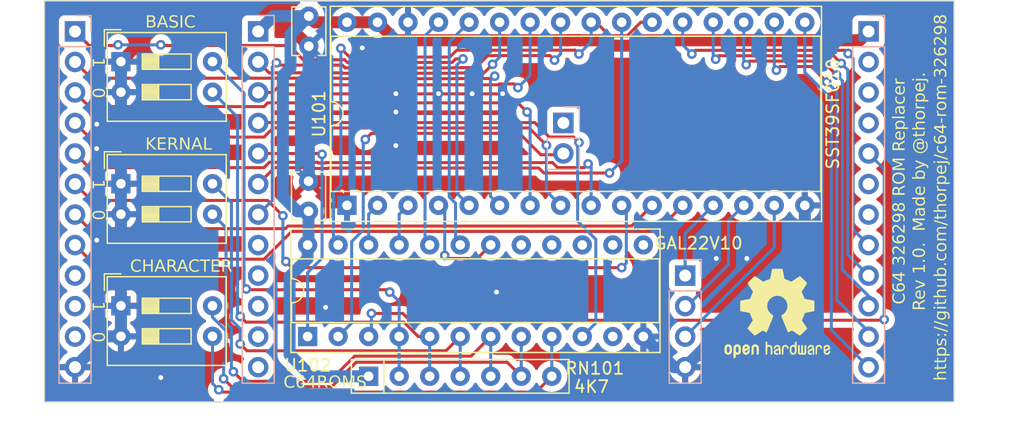
<source format=kicad_pcb>
(kicad_pcb (version 20221018) (generator pcbnew)
  (title_block (title "Commodore 64 326298 ROM Replacer / Selector") (date "2023-12-14") (rev "1.0") (company "Copyright (c) 2023 Jason R. Thorpe. See LICENSE."))
  (layers (0 "F.Cu" signal) (31 "B.Cu" signal) (34 "B.Paste" user) (35 "F.Paste" user) (36 "B.SilkS" user "B.Silkscreen") (37 "F.SilkS" user "F.Silkscreen") (38 "B.Mask" user) (39 "F.Mask" user) (44 "Edge.Cuts" user))
  (net 0 "")
  (net 1 "VSS")
  (net 2 "Net-(RN101-R1)")
  (net 3 "Net-(RN101-R2)")
  (net 4 "Net-(RN101-R3)")
  (net 5 "Net-(RN101-R4)")
  (net 6 "Net-(RN101-R5)")
  (net 7 "Net-(RN101-R6)")
  (net 8 "VCC")
  (net 9 "A7")
  (net 10 "A6")
  (net 11 "A5")
  (net 12 "A4")
  (net 13 "A3")
  (net 14 "A2")
  (net 15 "A1")
  (net 16 "A0")
  (net 17 "D0")
  (net 18 "D1")
  (net 19 "D2")
  (net 20 "D3")
  (net 21 "D4")
  (net 22 "D5")
  (net 23 "D6")
  (net 24 "D7")
  (net 25 "A11")
  (net 26 "A10")
  (net 27 "~{BAS}")
  (net 28 "IA12")
  (net 29 "A9")
  (net 30 "A8")
  (net 31 "~{KRN}")
  (net 32 "~{CHR}")
  (net 33 "Net-(U101-A16)")
  (net 34 "Net-(U101-A15)")
  (net 35 "Net-(U101-A12)")
  (net 36 "Net-(U101-CE)")
  (net 37 "Net-(U101-A13)")
  (net 38 "Net-(U101-A14)")
  (footprint "Button_Switch_THT:SW_DIP_SPSTx02_Slide_9.78x7.26mm_W7.62mm_P2.54mm" (layer "F.Cu") (at 117.8406 108.331)
    (fp_text reference "SW103" hide)
    (fp_text value "SW_DIP_x02" hide)
    (pad "1" thru_hole rect (at 0 0) (size 1.6 1.6) (drill 0.8) (layers "*.Cu" "*.Mask") (net 1 "VSS"))
    (pad "2" thru_hole oval (at 0 2.54) (size 1.6 1.6) (drill 0.8) (layers "*.Cu" "*.Mask") (net 1 "VSS"))
    (pad "3" thru_hole oval (at 7.62 2.54) (size 1.6 1.6) (drill 0.8) (layers "*.Cu" "*.Mask") (net 7 "Net-(RN101-R6)"))
    (pad "4" thru_hole oval (at 7.62 0) (size 1.6 1.6) (drill 0.8) (layers "*.Cu" "*.Mask") (net 6 "Net-(RN101-R5)"))
  )
  (footprint "Package_DIP:DIP-32_W15.24mm_Socket" (layer "F.Cu") (at 136.652 99.9744 90)
    (fp_text reference "U101" (at 7.62 -2.33 90) (layer "F.SilkS"))
    (fp_text value "SST39SF010" (at 7.62 40.43 90) (layer "F.SilkS"))
    (pad "1" thru_hole rect (at 0 0 90) (size 1.6 1.6) (drill 0.8) (layers "*.Cu" "*.Mask") (net 1 "VSS"))
    (pad "2" thru_hole oval (at 0 2.54 90) (size 1.6 1.6) (drill 0.8) (layers "*.Cu" "*.Mask") (net 33 "Net-(U101-A16)"))
    (pad "3" thru_hole oval (at 0 5.08 90) (size 1.6 1.6) (drill 0.8) (layers "*.Cu" "*.Mask") (net 34 "Net-(U101-A15)"))
    (pad "4" thru_hole oval (at 0 7.62 90) (size 1.6 1.6) (drill 0.8) (layers "*.Cu" "*.Mask") (net 35 "Net-(U101-A12)"))
    (pad "5" thru_hole oval (at 0 10.16 90) (size 1.6 1.6) (drill 0.8) (layers "*.Cu" "*.Mask") (net 9 "A7"))
    (pad "6" thru_hole oval (at 0 12.7 90) (size 1.6 1.6) (drill 0.8) (layers "*.Cu" "*.Mask") (net 10 "A6"))
    (pad "7" thru_hole oval (at 0 15.24 90) (size 1.6 1.6) (drill 0.8) (layers "*.Cu" "*.Mask") (net 11 "A5"))
    (pad "8" thru_hole oval (at 0 17.78 90) (size 1.6 1.6) (drill 0.8) (layers "*.Cu" "*.Mask") (net 12 "A4"))
    (pad "9" thru_hole oval (at 0 20.32 90) (size 1.6 1.6) (drill 0.8) (layers "*.Cu" "*.Mask") (net 13 "A3"))
    (pad "10" thru_hole oval (at 0 22.86 90) (size 1.6 1.6) (drill 0.8) (layers "*.Cu" "*.Mask") (net 14 "A2"))
    (pad "11" thru_hole oval (at 0 25.4 90) (size 1.6 1.6) (drill 0.8) (layers "*.Cu" "*.Mask") (net 15 "A1"))
    (pad "12" thru_hole oval (at 0 27.94 90) (size 1.6 1.6) (drill 0.8) (layers "*.Cu" "*.Mask") (net 16 "A0"))
    (pad "13" thru_hole oval (at 0 30.48 90) (size 1.6 1.6) (drill 0.8) (layers "*.Cu" "*.Mask") (net 17 "D0"))
    (pad "14" thru_hole oval (at 0 33.02 90) (size 1.6 1.6) (drill 0.8) (layers "*.Cu" "*.Mask") (net 18 "D1"))
    (pad "15" thru_hole oval (at 0 35.56 90) (size 1.6 1.6) (drill 0.8) (layers "*.Cu" "*.Mask") (net 19 "D2"))
    (pad "16" thru_hole oval (at 0 38.1 90) (size 1.6 1.6) (drill 0.8) (layers "*.Cu" "*.Mask") (net 1 "VSS"))
    (pad "17" thru_hole oval (at 15.24 38.1 90) (size 1.6 1.6) (drill 0.8) (layers "*.Cu" "*.Mask") (net 20 "D3"))
    (pad "18" thru_hole oval (at 15.24 35.56 90) (size 1.6 1.6) (drill 0.8) (layers "*.Cu" "*.Mask") (net 21 "D4"))
    (pad "19" thru_hole oval (at 15.24 33.02 90) (size 1.6 1.6) (drill 0.8) (layers "*.Cu" "*.Mask") (net 22 "D5"))
    (pad "20" thru_hole oval (at 15.24 30.48 90) (size 1.6 1.6) (drill 0.8) (layers "*.Cu" "*.Mask") (net 23 "D6"))
    (pad "21" thru_hole oval (at 15.24 27.94 90) (size 1.6 1.6) (drill 0.8) (layers "*.Cu" "*.Mask") (net 24 "D7"))
    (pad "22" thru_hole oval (at 15.24 25.4 90) (size 1.6 1.6) (drill 0.8) (layers "*.Cu" "*.Mask") (net 36 "Net-(U101-CE)"))
    (pad "23" thru_hole oval (at 15.24 22.86 90) (size 1.6 1.6) (drill 0.8) (layers "*.Cu" "*.Mask") (net 26 "A10"))
    (pad "24" thru_hole oval (at 15.24 20.32 90) (size 1.6 1.6) (drill 0.8) (layers "*.Cu" "*.Mask") (net 36 "Net-(U101-CE)"))
    (pad "25" thru_hole oval (at 15.24 17.78 90) (size 1.6 1.6) (drill 0.8) (layers "*.Cu" "*.Mask") (net 25 "A11"))
    (pad "26" thru_hole oval (at 15.24 15.24 90) (size 1.6 1.6) (drill 0.8) (layers "*.Cu" "*.Mask") (net 29 "A9"))
    (pad "27" thru_hole oval (at 15.24 12.7 90) (size 1.6 1.6) (drill 0.8) (layers "*.Cu" "*.Mask") (net 30 "A8"))
    (pad "28" thru_hole oval (at 15.24 10.16 90) (size 1.6 1.6) (drill 0.8) (layers "*.Cu" "*.Mask") (net 37 "Net-(U101-A13)"))
    (pad "29" thru_hole oval (at 15.24 7.62 90) (size 1.6 1.6) (drill 0.8) (layers "*.Cu" "*.Mask") (net 38 "Net-(U101-A14)"))
    (pad "30" thru_hole oval (at 15.24 5.08 90) (size 1.6 1.6) (drill 0.8) (layers "*.Cu" "*.Mask") (net 1 "VSS"))
    (pad "31" thru_hole oval (at 15.24 2.54 90) (size 1.6 1.6) (drill 0.8) (layers "*.Cu" "*.Mask") (net 8 "VCC"))
    (pad "32" thru_hole oval (at 15.24 0 90) (size 1.6 1.6) (drill 0.8) (layers "*.Cu" "*.Mask") (net 8 "VCC"))
  )
  (footprint "Button_Switch_THT:SW_DIP_SPSTx02_Slide_9.78x7.26mm_W7.62mm_P2.54mm" (layer "F.Cu") (at 117.8406 98.171)
    (fp_text reference "SW102" hide)
    (fp_text value "SW_DIP_x02" hide)
    (pad "1" thru_hole rect (at 0 0) (size 1.6 1.6) (drill 0.8) (layers "*.Cu" "*.Mask") (net 1 "VSS"))
    (pad "2" thru_hole oval (at 0 2.54) (size 1.6 1.6) (drill 0.8) (layers "*.Cu" "*.Mask") (net 1 "VSS"))
    (pad "3" thru_hole oval (at 7.62 2.54) (size 1.6 1.6) (drill 0.8) (layers "*.Cu" "*.Mask") (net 5 "Net-(RN101-R4)"))
    (pad "4" thru_hole oval (at 7.62 0) (size 1.6 1.6) (drill 0.8) (layers "*.Cu" "*.Mask") (net 4 "Net-(RN101-R3)"))
  )
  (footprint "Button_Switch_THT:SW_DIP_SPSTx02_Slide_9.78x7.26mm_W7.62mm_P2.54mm" (layer "F.Cu") (at 117.8406 88.011)
    (fp_text reference "SW101" hide)
    (fp_text value "SW_DIP_x02" hide)
    (pad "1" thru_hole rect (at 0 0) (size 1.6 1.6) (drill 0.8) (layers "*.Cu" "*.Mask") (net 1 "VSS"))
    (pad "2" thru_hole oval (at 0 2.54) (size 1.6 1.6) (drill 0.8) (layers "*.Cu" "*.Mask") (net 1 "VSS"))
    (pad "3" thru_hole oval (at 7.62 2.54) (size 1.6 1.6) (drill 0.8) (layers "*.Cu" "*.Mask") (net 3 "Net-(RN101-R2)"))
    (pad "4" thru_hole oval (at 7.62 0) (size 1.6 1.6) (drill 0.8) (layers "*.Cu" "*.Mask") (net 2 "Net-(RN101-R1)"))
  )
  (footprint "Capacitor_THT:C_Disc_D3.8mm_W2.6mm_P2.50mm" (layer "F.Cu") (at 133.4516 100.4624 90)
    (fp_text reference "C102" hide)
    (fp_text value "0.1µF" hide)
    (pad "1" thru_hole circle (at 0 0 90) (size 1.6 1.6) (drill 0.8) (layers "*.Cu" "*.Mask") (net 8 "VCC"))
    (pad "2" thru_hole circle (at 2.5 0 90) (size 1.6 1.6) (drill 0.8) (layers "*.Cu" "*.Mask") (net 1 "VSS"))
  )
  (footprint "Package_DIP:DIP-24_W7.62mm_Socket" (layer "F.Cu") (at 133.3754 110.8864 90)
    (fp_text reference "U102" (at -2.3976 0.021402 180) (layer "F.SilkS"))
    (fp_text value "GAL22V10" (at 7.7624 32.533402) (layer "F.SilkS"))
    (pad "1" thru_hole rect (at 0 0 90) (size 1.6 1.6) (drill 0.8) (layers "*.Cu" "*.Mask") (net 27 "~{BAS}"))
    (pad "2" thru_hole oval (at 0 2.54 90) (size 1.6 1.6) (drill 0.8) (layers "*.Cu" "*.Mask") (net 31 "~{KRN}"))
    (pad "3" thru_hole oval (at 0 5.08 90) (size 1.6 1.6) (drill 0.8) (layers "*.Cu" "*.Mask") (net 32 "~{CHR}"))
    (pad "4" thru_hole oval (at 0 7.62 90) (size 1.6 1.6) (drill 0.8) (layers "*.Cu" "*.Mask") (net 2 "Net-(RN101-R1)"))
    (pad "5" thru_hole oval (at 0 10.16 90) (size 1.6 1.6) (drill 0.8) (layers "*.Cu" "*.Mask") (net 3 "Net-(RN101-R2)"))
    (pad "6" thru_hole oval (at 0 12.7 90) (size 1.6 1.6) (drill 0.8) (layers "*.Cu" "*.Mask") (net 4 "Net-(RN101-R3)"))
    (pad "7" thru_hole oval (at 0 15.24 90) (size 1.6 1.6) (drill 0.8) (layers "*.Cu" "*.Mask") (net 5 "Net-(RN101-R4)"))
    (pad "8" thru_hole oval (at 0 17.78 90) (size 1.6 1.6) (drill 0.8) (layers "*.Cu" "*.Mask") (net 6 "Net-(RN101-R5)"))
    (pad "9" thru_hole oval (at 0 20.32 90) (size 1.6 1.6) (drill 0.8) (layers "*.Cu" "*.Mask") (net 7 "Net-(RN101-R6)"))
    (pad "10" thru_hole oval (at 0 22.86 90) (size 1.6 1.6) (drill 0.8) (layers "*.Cu" "*.Mask") (net 28 "IA12"))
    (pad "11" thru_hole oval (at 0 25.4 90) (size 1.6 1.6) (drill 0.8) (layers "*.Cu" "*.Mask"))
    (pad "12" thru_hole oval (at 0 27.94 90) (size 1.6 1.6) (drill 0.8) (layers "*.Cu" "*.Mask") (net 1 "VSS"))
    (pad "13" thru_hole oval (at 7.62 27.94 90) (size 1.6 1.6) (drill 0.8) (layers "*.Cu" "*.Mask"))
    (pad "14" thru_hole oval (at 7.62 25.4 90) (size 1.6 1.6) (drill 0.8) (layers "*.Cu" "*.Mask"))
    (pad "15" thru_hole oval (at 7.62 22.86 90) (size 1.6 1.6) (drill 0.8) (layers "*.Cu" "*.Mask"))
    (pad "16" thru_hole oval (at 7.62 20.32 90) (size 1.6 1.6) (drill 0.8) (layers "*.Cu" "*.Mask"))
    (pad "17" thru_hole oval (at 7.62 17.78 90) (size 1.6 1.6) (drill 0.8) (layers "*.Cu" "*.Mask"))
    (pad "18" thru_hole oval (at 7.62 15.24 90) (size 1.6 1.6) (drill 0.8) (layers "*.Cu" "*.Mask") (net 35 "Net-(U101-A12)"))
    (pad "19" thru_hole oval (at 7.62 12.7 90) (size 1.6 1.6) (drill 0.8) (layers "*.Cu" "*.Mask") (net 37 "Net-(U101-A13)"))
    (pad "20" thru_hole oval (at 7.62 10.16 90) (size 1.6 1.6) (drill 0.8) (layers "*.Cu" "*.Mask") (net 38 "Net-(U101-A14)"))
    (pad "21" thru_hole oval (at 7.62 7.62 90) (size 1.6 1.6) (drill 0.8) (layers "*.Cu" "*.Mask") (net 34 "Net-(U101-A15)"))
    (pad "22" thru_hole oval (at 7.62 5.08 90) (size 1.6 1.6) (drill 0.8) (layers "*.Cu" "*.Mask") (net 33 "Net-(U101-A16)"))
    (pad "23" thru_hole oval (at 7.62 2.54 90) (size 1.6 1.6) (drill 0.8) (layers "*.Cu" "*.Mask") (net 36 "Net-(U101-CE)"))
    (pad "24" thru_hole oval (at 7.62 0 90) (size 1.6 1.6) (drill 0.8) (layers "*.Cu" "*.Mask") (net 8 "VCC"))
  )
  (footprint "Symbol:OSHW-Logo2_9.8x8mm_SilkScreen" (layer "F.Cu") (at 172.466 108.966)
    (fp_text reference "REF**" hide)
    (fp_text value "OSHW-Logo2_9.8x8mm_SilkScreen" hide)
  )
  (footprint "Capacitor_THT:C_Disc_D3.8mm_W2.6mm_P2.50mm" (layer "F.Cu") (at 133.477 84.2264 -90)
    (fp_text reference "C101" hide)
    (fp_text value "0.1µF" hide)
    (pad "1" thru_hole circle (at 0 0 270) (size 1.6 1.6) (drill 0.8) (layers "*.Cu" "*.Mask") (net 8 "VCC"))
    (pad "2" thru_hole circle (at 2.5 0 270) (size 1.6 1.6) (drill 0.8) (layers "*.Cu" "*.Mask") (net 1 "VSS"))
  )
  (footprint "Resistor_THT:R_Array_SIP7" (layer "F.Cu") (at 138.4554 114.1984)
    (fp_text reference "RN101" (at 18.817402 -0.6604) (layer "F.SilkS"))
    (fp_text value "4K7" (at 18.542 0.8636) (layer "F.SilkS"))
    (pad "1" thru_hole rect (at 0 0) (size 1.6 1.6) (drill 0.8) (layers "*.Cu" "*.Mask") (net 8 "VCC"))
    (pad "2" thru_hole oval (at 2.54 0) (size 1.6 1.6) (drill 0.8) (layers "*.Cu" "*.Mask") (net 2 "Net-(RN101-R1)"))
    (pad "3" thru_hole oval (at 5.08 0) (size 1.6 1.6) (drill 0.8) (layers "*.Cu" "*.Mask") (net 3 "Net-(RN101-R2)"))
    (pad "4" thru_hole oval (at 7.62 0) (size 1.6 1.6) (drill 0.8) (layers "*.Cu" "*.Mask") (net 4 "Net-(RN101-R3)"))
    (pad "5" thru_hole oval (at 10.16 0) (size 1.6 1.6) (drill 0.8) (layers "*.Cu" "*.Mask") (net 5 "Net-(RN101-R4)"))
    (pad "6" thru_hole oval (at 12.7 0) (size 1.6 1.6) (drill 0.8) (layers "*.Cu" "*.Mask") (net 6 "Net-(RN101-R5)"))
    (pad "7" thru_hole oval (at 15.24 0) (size 1.6 1.6) (drill 0.8) (layers "*.Cu" "*.Mask") (net 7 "Net-(RN101-R6)"))
  )
  (footprint "Connector_PinHeader_2.54mm:PinHeader_1x12_P2.54mm_Vertical" (layer "B.Cu") (at 114.0206 85.4964 180)
    (fp_text reference "J1" hide)
    (fp_text value "Conn_01x12_Pin")
    (pad "1" thru_hole rect (at 0 0 180) (size 1.7 1.7) (drill 1) (layers "*.Cu" "*.Mask") (net 9 "A7"))
    (pad "2" thru_hole oval (at 0 -2.54 180) (size 1.7 1.7) (drill 1) (layers "*.Cu" "*.Mask") (net 10 "A6"))
    (pad "3" thru_hole oval (at 0 -5.08 180) (size 1.7 1.7) (drill 1) (layers "*.Cu" "*.Mask") (net 11 "A5"))
    (pad "4" thru_hole oval (at 0 -7.62 180) (size 1.7 1.7) (drill 1) (layers "*.Cu" "*.Mask") (net 12 "A4"))
    (pad "5" thru_hole oval (at 0 -10.16 180) (size 1.7 1.7) (drill 1) (layers "*.Cu" "*.Mask") (net 13 "A3"))
    (pad "6" thru_hole oval (at 0 -12.7 180) (size 1.7 1.7) (drill 1) (layers "*.Cu" "*.Mask") (net 14 "A2"))
    (pad "7" thru_hole oval (at 0 -15.24 180) (size 1.7 1.7) (drill 1) (layers "*.Cu" "*.Mask") (net 15 "A1"))
    (pad "8" thru_hole oval (at 0 -17.78 180) (size 1.7 1.7) (drill 1) (layers "*.Cu" "*.Mask") (net 16 "A0"))
    (pad "9" thru_hole oval (at 0 -20.32 180) (size 1.7 1.7) (drill 1) (layers "*.Cu" "*.Mask"))
    (pad "10" thru_hole oval (at 0 -22.86 180) (size 1.7 1.7) (drill 1) (layers "*.Cu" "*.Mask"))
    (pad "11" thru_hole oval (at 0 -25.4 180) (size 1.7 1.7) (drill 1) (layers "*.Cu" "*.Mask"))
    (pad "12" thru_hole oval (at 0 -27.94 180) (size 1.7 1.7) (drill 1) (layers "*.Cu" "*.Mask") (net 1 "VSS"))
  )
  (footprint "Connector_PinHeader_2.54mm:PinHeader_1x04_P2.54mm_Vertical" (layer "B.Cu") (at 164.7952 105.8164 180)
    (fp_text reference "J4" hide)
    (fp_text value "Conn_01x04_Pin")
    (pad "1" thru_hole rect (at 0 0 180) (size 1.7 1.7) (drill 1) (layers "*.Cu" "*.Mask") (net 17 "D0"))
    (pad "2" thru_hole oval (at 0 -2.54 180) (size 1.7 1.7) (drill 1) (layers "*.Cu" "*.Mask") (net 18 "D1"))
    (pad "3" thru_hole oval (at 0 -5.08 180) (size 1.7 1.7) (drill 1) (layers "*.Cu" "*.Mask") (net 19 "D2"))
    (pad "4" thru_hole oval (at 0 -7.62 180) (size 1.7 1.7) (drill 1) (layers "*.Cu" "*.Mask") (net 1 "VSS"))
  )
  (footprint "Connector_PinHeader_2.54mm:PinHeader_1x02_P2.54mm_Vertical" (layer "B.Cu") (at 154.6606 93.1114 180)
    (fp_text reference "J3" hide)
    (fp_text value "Conn_01x02_Pin")
    (pad "1" thru_hole rect (at 0 0 180) (size 1.7 1.7) (drill 1) (layers "*.Cu" "*.Mask"))
    (pad "2" thru_hole oval (at 0 -2.54 180) (size 1.7 1.7) (drill 1) (layers "*.Cu" "*.Mask") (net 31 "~{KRN}"))
  )
  (footprint "Connector_PinHeader_2.54mm:PinHeader_1x12_P2.54mm_Vertical" (layer "B.Cu") (at 180.0606 85.4964 180)
    (fp_text reference "J5" hide)
    (fp_text value "Conn_01x12_Pin")
    (pad "1" thru_hole rect (at 0 0 180) (size 1.7 1.7) (drill 1) (layers "*.Cu" "*.Mask") (net 8 "VCC"))
    (pad "2" thru_hole oval (at 0 -2.54 180) (size 1.7 1.7) (drill 1) (layers "*.Cu" "*.Mask"))
    (pad "3" thru_hole oval (at 0 -5.08 180) (size 1.7 1.7) (drill 1) (layers "*.Cu" "*.Mask"))
    (pad "4" thru_hole oval (at 0 -7.62 180) (size 1.7 1.7) (drill 1) (layers "*.Cu" "*.Mask"))
    (pad "5" thru_hole oval (at 0 -10.16 180) (size 1.7 1.7) (drill 1) (layers "*.Cu" "*.Mask") (net 32 "~{CHR}"))
    (pad "6" thru_hole oval (at 0 -12.7 180) (size 1.7 1.7) (drill 1) (layers "*.Cu" "*.Mask"))
    (pad "7" thru_hole oval (at 0 -15.24 180) (size 1.7 1.7) (drill 1) (layers "*.Cu" "*.Mask"))
    (pad "8" thru_hole oval (at 0 -17.78 180) (size 1.7 1.7) (drill 1) (layers "*.Cu" "*.Mask") (net 24 "D7"))
    (pad "9" thru_hole oval (at 0 -20.32 180) (size 1.7 1.7) (drill 1) (layers "*.Cu" "*.Mask") (net 23 "D6"))
    (pad "10" thru_hole oval (at 0 -22.86 180) (size 1.7 1.7) (drill 1) (layers "*.Cu" "*.Mask") (net 22 "D5"))
    (pad "11" thru_hole oval (at 0 -25.4 180) (size 1.7 1.7) (drill 1) (layers "*.Cu" "*.Mask") (net 21 "D4"))
    (pad "12" thru_hole oval (at 0 -27.94 180) (size 1.7 1.7) (drill 1) (layers "*.Cu" "*.Mask") (net 20 "D3"))
  )
  (footprint "Connector_PinHeader_2.54mm:PinHeader_1x12_P2.54mm_Vertical" (layer "B.Cu") (at 129.2606 85.4964 180)
    (fp_text reference "J2" hide)
    (fp_text value "Conn_01x12_Pin")
    (pad "1" thru_hole rect (at 0 0 180) (size 1.7 1.7) (drill 1) (layers "*.Cu" "*.Mask") (net 8 "VCC"))
    (pad "2" thru_hole oval (at 0 -2.54 180) (size 1.7 1.7) (drill 1) (layers "*.Cu" "*.Mask") (net 30 "A8"))
    (pad "3" thru_hole oval (at 0 -5.08 180) (size 1.7 1.7) (drill 1) (layers "*.Cu" "*.Mask") (net 29 "A9"))
    (pad "4" thru_hole oval (at 0 -7.62 180) (size 1.7 1.7) (drill 1) (layers "*.Cu" "*.Mask") (net 28 "IA12"))
    (pad "5" thru_hole oval (at 0 -10.16 180) (size 1.7 1.7) (drill 1) (layers "*.Cu" "*.Mask") (net 27 "~{BAS}"))
    (pad "6" thru_hole oval (at 0 -12.7 180) (size 1.7 1.7) (drill 1) (layers "*.Cu" "*.Mask") (net 26 "A10"))
    (pad "7" thru_hole oval (at 0 -15.24 180) (size 1.7 1.7) (drill 1) (layers "*.Cu" "*.Mask") (net 25 "A11"))
    (pad "8" thru_hole oval (at 0 -17.78 180) (size 1.7 1.7) (drill 1) (layers "*.Cu" "*.Mask"))
    (pad "9" thru_hole oval (at 0 -20.32 180) (size 1.7 1.7) (drill 1) (layers "*.Cu" "*.Mask"))
    (pad "10" thru_hole oval (at 0 -22.86 180) (size 1.7 1.7) (drill 1) (layers "*.Cu" "*.Mask"))
    (pad "11" thru_hole oval (at 0 -25.4 180) (size 1.7 1.7) (drill 1) (layers "*.Cu" "*.Mask"))
    (pad "12" thru_hole oval (at 0 -27.94 180) (size 1.7 1.7) (drill 1) (layers "*.Cu" "*.Mask"))
  )
  (gr_rect (start 111.4806 82.9564) (end 187.1726 116.332) (stroke (width 0.1)) (fill none) (layer "Edge.Cuts"))
  (gr_text "CHARACTER" (at 118.5926 105.664) (layer "F.SilkS") (effects (font (size 1 1)) (justify left bottom)))
  (gr_text "KERNAL" (at 119.8626 95.504) (layer "F.SilkS") (effects (font (size 1 1)) (justify left bottom)))
  (gr_text "1" (at 115.316 107.95 270) (layer "F.SilkS") (effects (font (size 1 1)) (justify left bottom)))
  (gr_text "1" (at 115.316 87.63 270) (layer "F.SilkS") (effects (font (size 1 1)) (justify left bottom)))
  (gr_text "C64 326298 ROM Replacer\nRev 1.0.  Made by @thorpej." (at 184.912 98.806 90) (layer "F.SilkS") (effects (font (size 1 1)) (justify bottom)))
  (gr_text "0" (at 115.316 90.17 270) (layer "F.SilkS") (effects (font (size 1 1)) (justify left bottom)))
  (gr_text "0" (at 115.316 110.49 270) (layer "F.SilkS") (effects (font (size 1 1)) (justify left bottom)))
  (gr_text "C64ROMS" (at 131.364802 115.316) (layer "F.SilkS") (effects (font (size 1 1) (thickness 0.15) italic) (justify left bottom)))
  (gr_text "1" (at 115.316 97.79 270) (layer "F.SilkS") (effects (font (size 1 1)) (justify left bottom)))
  (gr_text "https://github.com/thorpej/c64-rom-326298" (at 186.69 99.314 90) (layer "F.SilkS") (effects (font (size 1 1)) (justify bottom)))
  (gr_text "BASIC" (at 119.8626 85.344) (layer "F.SilkS") (effects (font (size 1 1)) (justify left bottom)))
  (gr_text "0" (at 115.316 100.33 270) (layer "F.SilkS") (effects (font (size 1 1)) (justify left bottom)))
  (segment (start 130.355679 83.605079) (end 122.246521 83.605079) (width 1) (layer "F.Cu") (net 1))
  (segment (start 133.4516 97.9624) (end 134.64 97.9624) (width 1) (layer "F.Cu") (net 1))
  (segment (start 122.246521 83.605079) (end 117.8406 88.011) (width 1) (layer "F.Cu") (net 1))
  (segment (start 134.64 97.9624) (end 136.652 99.9744) (width 1) (layer "F.Cu") (net 1))
  (segment (start 133.477 86.7264) (end 130.355679 83.605079) (width 1) (layer "F.Cu") (net 1))
  (via (at 115.824 93.218) (size 0.8) (drill 0.4) (layers "F.Cu" "B.Cu") (net 1))
  (via (at 115.824 95.25) (size 0.8) (drill 0.4) (layers "F.Cu" "B.Cu") (net 1))
  (via (at 115.824 102.87) (size 0.8) (drill 0.4) (layers "F.Cu" "B.Cu") (net 1))
  (via (at 149.098 107.188) (size 0.8) (drill 0.4) (layers "F.Cu" "B.Cu") (net 1))
  (via (at 167.386 104.394) (size 0.8) (drill 0.4) (layers "F.Cu" "B.Cu") (net 1))
  (via (at 140.716 94.996) (size 0.8) (drill 0.4) (layers "F.Cu" "B.Cu") (net 1))
  (via (at 169.926 104.394) (size 0.8) (drill 0.4) (layers "F.Cu" "B.Cu") (net 1))
  (via (at 140.716 92.202) (size 0.8) (drill 0.4) (layers "F.Cu" "B.Cu") (net 1))
  (via (at 137.922 86.868) (size 0.8) (drill 0.4) (layers "F.Cu" "B.Cu") (net 1))
  (via (at 121.158 114.3) (size 0.8) (drill 0.4) (layers "F.Cu" "B.Cu") (net 1))
  (via (at 140.716 90.678) (size 0.8) (drill 0.4) (layers "F.Cu" "B.Cu") (net 1))
  (via (at 134.874 108.458) (size 0.8) (drill 0.4) (layers "F.Cu" "B.Cu") (net 1))
  (via (at 149.606 90.678) (size 0.8) (drill 0.4) (layers "F.Cu" "B.Cu") (net 1))
  (via (at 144.272 90.678) (size 0.8) (drill 0.4) (layers "F.Cu" "B.Cu") (net 1))
  (via (at 147.066 90.678) (size 0.8) (drill 0.4) (layers "F.Cu" "B.Cu") (net 1))
  (segment (start 117.8406 110.871) (end 116.586 110.871) (width 1) (layer "B.Cu") (net 1))
  (segment (start 116.586 110.871) (end 114.0206 113.4364) (width 1) (layer "B.Cu") (net 1))
  (segment (start 117.8406 107.442) (end 117.8406 110.871) (width 1) (layer "B.Cu") (net 1))
  (segment (start 133.477 97.937) (end 133.4516 97.9624) (width 1) (layer "B.Cu") (net 1))
  (segment (start 164.7952 113.4364) (end 163.8654 113.4364) (width 1) (layer "B.Cu") (net 1))
  (segment (start 117.8406 90.551) (end 117.8406 98.171) (width 1) (layer "B.Cu") (net 1))
  (segment (start 164.7952 113.4364) (end 174.752 103.4796) (width 1) (layer "B.Cu") (net 1))
  (segment (start 117.8406 100.711) (end 117.8406 107.442) (width 1) (layer "B.Cu") (net 1))
  (segment (start 117.8406 107.442) (end 117.8406 108.331) (width 1) (layer "B.Cu") (net 1))
  (segment (start 117.8406 88.011) (end 117.8406 90.551) (width 1) (layer "B.Cu") (net 1))
  (segment (start 163.8654 113.4364) (end 161.3154 110.8864) (width 1) (layer "B.Cu") (net 1))
  (segment (start 133.477 86.7264) (end 133.477 97.937) (width 1) (layer "B.Cu") (net 1))
  (segment (start 174.752 103.4796) (end 174.752 99.9744) (width 1) (layer "B.Cu") (net 1))
  (segment (start 117.8406 98.171) (end 117.8406 100.711) (width 1) (layer "B.Cu") (net 1))
  (segment (start 128.27 106.934) (end 128.3274 106.9914) (width 0.25) (layer "F.Cu") (net 2))
  (segment (start 140.0114 106.9914) (end 140.208 107.188) (width 0.25) (layer "F.Cu") (net 2))
  (segment (start 128.3274 106.9914) (end 140.0114 106.9914) (width 0.25) (layer "F.Cu") (net 2))
  (via (at 128.27 106.934) (size 0.8) (drill 0.4) (layers "F.Cu" "B.Cu") (net 2))
  (via (at 140.208 107.188) (size 0.8) (drill 0.4) (layers "F.Cu" "B.Cu") (net 2))
  (segment (start 140.9954 114.1984) (end 140.9954 110.8864) (width 0.25) (layer "B.Cu") (net 2))
  (segment (start 128.0856 106.7496) (end 128.27 106.934) (width 0.25) (layer "B.Cu") (net 2))
  (segment (start 128.0856 90.636) (end 128.0856 106.7496) (width 0.25) (layer "B.Cu") (net 2))
  (segment (start 140.9954 107.9754) (end 140.9954 110.8864) (width 0.25) (layer "B.Cu") (net 2))
  (segment (start 140.208 107.188) (end 140.9954 107.9754) (width 0.25) (layer "B.Cu") (net 2))
  (segment (start 125.4606 88.011) (end 128.0856 90.636) (width 0.25) (layer "B.Cu") (net 2))
  (segment (start 142.586391 110.8864) (end 141.390491 109.6905) (width 0.25) (layer "F.Cu") (net 3))
  (segment (start 141.390491 109.6905) (end 128.242478 109.6905) (width 0.25) (layer "F.Cu") (net 3))
  (segment (start 128.242478 109.6905) (end 127.766989 109.215011) (width 0.25) (layer "F.Cu") (net 3))
  (segment (start 143.5354 110.8864) (end 142.586391 110.8864) (width 0.25) (layer "F.Cu") (net 3))
  (via (at 127.766989 109.215011) (size 0.8) (drill 0.4) (layers "F.Cu" "B.Cu") (net 3))
  (segment (start 125.4606 90.551) (end 127.545 92.6354) (width 0.25) (layer "B.Cu") (net 3))
  (segment (start 127.545 92.6354) (end 127.545 108.993022) (width 0.25) (layer "B.Cu") (net 3))
  (segment (start 127.545 108.993022) (end 127.766989 109.215011) (width 0.25) (layer "B.Cu") (net 3))
  (segment (start 143.5354 114.1984) (end 143.5354 110.8864) (width 0.25) (layer "B.Cu") (net 3))
  (segment (start 144.8904 112.0714) (end 128.325001 112.0714) (width 0.25) (layer "F.Cu") (net 4))
  (segment (start 128.325001 112.0714) (end 127.759601 111.506) (width 0.25) (layer "F.Cu") (net 4))
  (segment (start 146.0754 110.8864) (end 144.8904 112.0714) (width 0.25) (layer "F.Cu") (net 4))
  (via (at 127.759601 111.506) (size 0.8) (drill 0.4) (layers "F.Cu" "B.Cu") (net 4))
  (segment (start 125.4606 98.171) (end 127.037 99.7474) (width 0.25) (layer "B.Cu") (net 4))
  (segment (start 127.037 99.7474) (end 127.037 109.50962) (width 0.25) (layer "B.Cu") (net 4))
  (segment (start 146.0754 114.1984) (end 146.0754 110.8864) (width 0.25) (layer "B.Cu") (net 4))
  (segment (start 127.759601 110.232221) (end 127.759601 111.506) (width 0.25) (layer "B.Cu") (net 4))
  (segment (start 127.037 109.50962) (end 127.759601 110.232221) (width 0.25) (layer "B.Cu") (net 4))
  (segment (start 146.9798 112.522) (end 148.6154 110.8864) (width 0.25) (layer "F.Cu") (net 5))
  (segment (start 127.195738 113.815754) (end 127.991384 114.6114) (width 0.25) (layer "F.Cu") (net 5))
  (segment (start 127.991384 114.6114) (end 135.19691 114.6114) (width 0.25) (layer "F.Cu") (net 5))
  (segment (start 135.19691 114.6114) (end 137.28631 112.522) (width 0.25) (layer "F.Cu") (net 5))
  (segment (start 137.28631 112.522) (end 146.9798 112.522) (width 0.25) (layer "F.Cu") (net 5))
  (via (at 127.195738 113.815754) (size 0.8) (drill 0.4) (layers "F.Cu" "B.Cu") (net 5))
  (segment (start 126.5856 109.769319) (end 127.035101 110.21882) (width 0.25) (layer "B.Cu") (net 5))
  (segment (start 126.5856 101.836) (end 126.5856 109.769319) (width 0.25) (layer "B.Cu") (net 5))
  (segment (start 148.6154 114.1984) (end 148.6154 110.8864) (width 0.25) (layer "B.Cu") (net 5))
  (segment (start 127.035101 113.655117) (end 127.195738 113.815754) (width 0.25) (layer "B.Cu") (net 5))
  (segment (start 125.4606 100.711) (end 126.5856 101.836) (width 0.25) (layer "B.Cu") (net 5))
  (segment (start 127.035101 110.21882) (end 127.035101 113.655117) (width 0.25) (layer "B.Cu") (net 5))
  (segment (start 149.987 113.03) (end 151.1554 114.1984) (width 0.25) (layer "F.Cu") (net 6))
  (segment (start 137.414 113.03) (end 149.987 113.03) (width 0.25) (layer "F.Cu") (net 6))
  (segment (start 127.046025 115.0614) (end 135.3826 115.0614) (width 0.25) (layer "F.Cu") (net 6))
  (segment (start 126.38516 114.400535) (end 127.046025 115.0614) (width 0.25) (layer "F.Cu") (net 6))
  (segment (start 135.3826 115.0614) (end 137.414 113.03) (width 0.25) (layer "F.Cu") (net 6))
  (via (at 126.38516 114.400535) (size 0.8) (drill 0.4) (layers "F.Cu" "B.Cu") (net 6))
  (segment (start 126.38516 113.13684) (end 126.38516 114.400535) (width 0.25) (layer "B.Cu") (net 6))
  (segment (start 151.1554 114.1984) (end 151.1554 110.8864) (width 0.25) (layer "B.Cu") (net 6))
  (segment (start 126.5856 110.405009) (end 126.5856 112.9364) (width 0.25) (layer "B.Cu") (net 6))
  (segment (start 125.4606 108.331) (end 125.4606 109.280009) (width 0.25) (layer "B.Cu") (net 6))
  (segment (start 125.4606 109.280009) (end 126.5856 110.405009) (width 0.25) (layer "B.Cu") (net 6))
  (segment (start 126.5856 112.9364) (end 126.38516 113.13684) (width 0.25) (layer "B.Cu") (net 6))
  (segment (start 125.984 115.316) (end 126.1794 115.5114) (width 0.25) (layer "F.Cu") (net 7))
  (segment (start 152.3824 115.5114) (end 153.6954 114.1984) (width 0.25) (layer "F.Cu") (net 7))
  (segment (start 126.1794 115.5114) (end 152.3824 115.5114) (width 0.25) (layer "F.Cu") (net 7))
  (via (at 125.984 115.316) (size 0.8) (drill 0.4) (layers "F.Cu" "B.Cu") (net 7))
  (segment (start 125.4606 110.871) (end 125.4606 114.7926) (width 0.25) (layer "B.Cu") (net 7))
  (segment (start 125.4606 114.7926) (end 125.984 115.316) (width 0.25) (layer "B.Cu") (net 7))
  (segment (start 153.6954 114.1984) (end 153.6954 110.8864) (width 0.25) (layer "B.Cu") (net 7))
  (segment (start 158.161881 86.683901) (end 157.71238 86.2344) (width 1) (layer "F.Cu") (net 8))
  (segment (start 179.3226 86.2344) (end 160.769011 86.2344) (width 1) (layer "F.Cu") (net 8))
  (segment (start 155.053321 86.2344) (end 140.692 86.2344) (width 1) (layer "F.Cu") (net 8))
  (segment (start 160.769011 86.2344) (end 160.319511 86.6839) (width 1) (layer "F.Cu") (net 8))
  (segment (start 157.71238 86.2344) (end 155.98042 86.2344) (width 1) (layer "F.Cu") (net 8))
  (segment (start 155.964138 86.218118) (end 155.069603 86.218118) (width 1) (layer "F.Cu") (net 8))
  (segment (start 140.692 86.2344) (end 139.192 84.7344) (width 1) (layer "F.Cu") (net 8))
  (segment (start 180.0606 85.4964) (end 179.3226 86.2344) (width 1) (layer "F.Cu") (net 8))
  (segment (start 155.98042 86.2344) (end 155.964138 86.218118) (width 1) (layer "F.Cu") (net 8))
  (segment (start 136.652 84.7344) (end 133.985 84.7344) (width 1) (layer "F.Cu") (net 8))
  (segment (start 160.319511 86.6839) (end 158.161881 86.683901) (width 1) (layer "F.Cu") (net 8))
  (segment (start 139.192 84.7344) (end 136.652 84.7344) (width 1) (layer "F.Cu") (net 8))
  (segment (start 155.069603 86.218118) (end 155.053321 86.2344) (width 1) (layer "F.Cu") (net 8))
  (segment (start 133.985 84.7344) (end 133.477 84.2264) (width 1) (layer "F.Cu") (net 8))
  (segment (start 131.9516 85.7518) (end 131.9516 88.5204) (width 1) (layer "B.Cu") (net 8))
  (segment (start 130.5306 84.2264) (end 129.2606 85.4964) (width 1) (layer "B.Cu") (net 8))
  (segment (start 131.9516 88.5204) (end 131.318 89.154) (width 1) (layer "B.Cu") (net 8))
  (segment (start 132.517305 100.4624) (end 133.4516 100.4624) (width 1) (layer "B.Cu") (net 8))
  (segment (start 131.318 99.263095) (end 132.517305 100.4624) (width 1) (layer "B.Cu") (net 8))
  (segment (start 133.4516 103.1902) (end 133.3754 103.2664) (width 1) (layer "B.Cu") (net 8))
  (segment (start 133.4516 100.4624) (end 133.4516 103.1902) (width 1) (layer "B.Cu") (net 8))
  (segment (start 131.318 89.154) (end 131.318 99.263095) (width 1) (layer "B.Cu") (net 8))
  (segment (start 131.8754 112.3864) (end 133.6874 114.1984) (width 1) (layer "B.Cu") (net 8))
  (segment (start 133.6874 114.1984) (end 138.4554 114.1984) (width 1) (layer "B.Cu") (net 8))
  (segment (start 131.8754 105.899528) (end 131.8754 112.3864) (width 1) (layer "B.Cu") (net 8))
  (segment (start 133.3754 103.2664) (end 133.3754 104.399528) (width 1) (layer "B.Cu") (net 8))
  (segment (start 133.3754 104.399528) (end 131.8754 105.899528) (width 1) (layer "B.Cu") (net 8))
  (segment (start 133.477 84.2264) (end 130.5306 84.2264) (width 1) (layer "B.Cu") (net 8))
  (segment (start 133.477 84.2264) (end 131.9516 85.7518) (width 1) (layer "B.Cu") (net 8))
  (segment (start 131.831009 86.6714) (end 133.011009 87.8514) (width 0.25) (layer "F.Cu") (net 9))
  (segment (start 117.542098 86.6714) (end 117.602 86.611498) (width 0.25) (layer "F.Cu") (net 9))
  (segment (start 115.1956 86.6714) (end 117.542098 86.6714) (width 0.25) (layer "F.Cu") (net 9))
  (segment (start 133.011009 87.8514) (end 136.45421 87.8514) (width 0.25) (layer "F.Cu") (net 9))
  (segment (start 136.682311 88.079501) (end 145.399799 88.079501) (width 0.25) (layer "F.Cu") (net 9))
  (segment (start 145.399799 88.079501) (end 145.695898 87.783402) (width 0.25) (layer "F.Cu") (net 9))
  (segment (start 121.2154 86.6714) (end 131.831009 86.6714) (width 0.25) (layer "F.Cu") (net 9))
  (segment (start 136.45421 87.8514) (end 136.682311 88.079501) (width 0.25) (layer "F.Cu") (net 9))
  (segment (start 114.0206 85.4964) (end 115.1956 86.6714) (width 0.25) (layer "F.Cu") (net 9))
  (segment (start 121.158 86.614) (end 121.2154 86.6714) (width 0.25) (layer "F.Cu") (net 9))
  (segment (start 145.695898 87.783402) (end 146.304 87.783402) (width 0.25) (layer "F.Cu") (net 9))
  (via (at 117.602 86.611498) (size 0.8) (drill 0.4) (layers "F.Cu" "B.Cu") (net 9))
  (via (at 121.158 86.614) (size 0.8) (drill 0.4) (layers "F.Cu" "B.Cu") (net 9))
  (via (at 146.304 87.783402) (size 0.8) (drill 0.4) (layers "F.Cu" "B.Cu") (net 9))
  (segment (start 117.602 86.611498) (end 121.155498 86.611498) (width 0.25) (layer "B.Cu") (net 9))
  (segment (start 121.155498 86.611498) (end 121.158 86.614) (width 0.25) (layer "B.Cu") (net 9))
  (segment (start 146.812 99.9744) (end 145.796 98.9584) (width 0.25) (layer "B.Cu") (net 9))
  (segment (start 145.796 98.9584) (end 145.796 88.291402) (width 0.25) (layer "B.Cu") (net 9))
  (segment (start 145.796 88.291402) (end 146.304 87.783402) (width 0.25) (layer "B.Cu") (net 9))
  (segment (start 114.0206 88.0364) (end 115.37482 89.39062) (width 0.25) (layer "F.Cu") (net 10))
  (segment (start 148.748721 89.415699) (end 148.948165 89.216255) (width 0.25) (layer "F.Cu") (net 10))
  (segment (start 136.123744 89.428004) (end 145.958366 89.428004) (width 0.25) (layer "F.Cu") (net 10))
  (segment (start 115.37482 89.39062) (end 136.08636 89.39062) (width 0.25) (layer "F.Cu") (net 10))
  (segment (start 145.958366 89.428004) (end 145.970671 89.415699) (width 0.25) (layer "F.Cu") (net 10))
  (segment (start 145.970671 89.415699) (end 148.748721 89.415699) (width 0.25) (layer "F.Cu") (net 10))
  (segment (start 136.08636 89.39062) (end 136.123744 89.428004) (width 0.25) (layer "F.Cu") (net 10))
  (via (at 148.948165 89.216255) (size 0.8) (drill 0.4) (layers "F.Cu" "B.Cu") (net 10))
  (segment (start 148.59 89.57442) (end 148.948165 89.216255) (width 0.25) (layer "B.Cu") (net 10))
  (segment (start 149.352 99.9744) (end 148.59 99.2124) (width 0.25) (layer "B.Cu") (net 10))
  (segment (start 148.59 99.2124) (end 148.59 89.57442) (width 0.25) (layer "B.Cu") (net 10))
  (segment (start 130.058701 91.44) (end 150.876 91.44) (width 0.25) (layer "F.Cu") (net 11))
  (segment (start 129.747301 91.7514) (end 130.058701 91.44) (width 0.25) (layer "F.Cu") (net 11))
  (segment (start 115.1956 91.7514) (end 129.747301 91.7514) (width 0.25) (layer "F.Cu") (net 11))
  (segment (start 114.0206 90.5764) (end 115.1956 91.7514) (width 0.25) (layer "F.Cu") (net 11))
  (segment (start 150.876 91.44) (end 151.638 92.202) (width 0.25) (layer "F.Cu") (net 11))
  (via (at 151.638 92.202) (size 0.8) (drill 0.4) (layers "F.Cu" "B.Cu") (net 11))
  (segment (start 151.892 99.9744) (end 151.892 92.456) (width 0.25) (layer "B.Cu") (net 11))
  (segment (start 151.892 92.456) (end 151.638 92.202) (width 0.25) (layer "B.Cu") (net 11))
  (segment (start 130.508202 93.530499) (end 151.808431 93.530499) (width 0.25) (layer "F.Cu") (net 12))
  (segment (start 114.0206 93.1164) (end 115.1956 94.2914) (width 0.25) (layer "F.Cu") (net 12))
  (segment (start 115.1956 94.2914) (end 129.747301 94.2914) (width 0.25) (layer "F.Cu") (net 12))
  (segment (start 129.747301 94.2914) (end 130.508202 93.530499) (width 0.25) (layer "F.Cu") (net 12))
  (segment (start 151.808431 93.530499) (end 153.249168 94.971236) (width 0.25) (layer "F.Cu") (net 12))
  (via (at 153.249168 94.971236) (size 0.8) (drill 0.4) (layers "F.Cu" "B.Cu") (net 12))
  (segment (start 154.432 99.9744) (end 153.249168 98.791568) (width 0.25) (layer "B.Cu") (net 12))
  (segment (start 153.249168 98.791568) (end 153.249168 94.971236) (width 0.25) (layer "B.Cu") (net 12))
  (segment (start 115.1956 96.8314) (end 129.747301 96.8314) (width 0.25) (layer "F.Cu") (net 13))
  (segment (start 154.173899 96.8264) (end 156.4116 96.8264) (width 0.25) (layer "F.Cu") (net 13))
  (segment (start 134.910351 96.413188) (end 153.760687 96.413188) (width 0.25) (layer "F.Cu") (net 13))
  (segment (start 134.272239 96.451104) (end 134.872435 96.451104) (width 0.25) (layer "F.Cu") (net 13))
  (segment (start 129.747301 96.8314) (end 130.190802 96.387899) (width 0.25) (layer "F.Cu") (net 13))
  (segment (start 134.209034 96.387899) (end 134.272239 96.451104) (width 0.25) (layer "F.Cu") (net 13))
  (segment (start 153.760687 96.413188) (end 154.173899 96.8264) (width 0.25) (layer "F.Cu") (net 13))
  (segment (start 134.872435 96.451104) (end 134.910351 96.413188) (width 0.25) (layer "F.Cu") (net 13))
  (segment (start 130.190802 96.387899) (end 134.209034 96.387899) (width 0.25) (layer "F.Cu") (net 13))
  (segment (start 114.0206 95.6564) (end 115.1956 96.8314) (width 0.25) (layer "F.Cu") (net 13))
  (segment (start 156.4116 96.8264) (end 156.718 96.52) (width 0.25) (layer "F.Cu") (net 13))
  (via (at 156.718 96.52) (size 0.8) (drill 0.4) (layers "F.Cu" "B.Cu") (net 13))
  (segment (start 156.972 99.9744) (end 156.972 96.774) (width 0.25) (layer "B.Cu") (net 13))
  (segment (start 156.972 96.774) (end 156.718 96.52) (width 0.25) (layer "B.Cu") (net 13))
  (segment (start 114.0206 98.1964) (end 115.3856 99.5614) (width 0.25) (layer "F.Cu") (net 14))
  (segment (start 130.0414 99.5614) (end 131.318 100.838) (width 0.25) (layer "F.Cu") (net 14))
  (segment (start 115.3856 99.5614) (end 130.0414 99.5614) (width 0.25) (layer "F.Cu") (net 14))
  (segment (start 131.572 104.648) (end 132.08 105.156) (width 0.25) (layer "F.Cu") (net 14))
  (segment (start 132.08 105.156) (end 159.512 105.156) (width 0.25) (layer "F.Cu") (net 14))
  (via (at 131.572 104.648) (size 0.8) (drill 0.4) (layers "F.Cu" "B.Cu") (net 14))
  (via (at 131.318 100.838) (size 0.8) (drill 0.4) (layers "F.Cu" "B.Cu") (net 14))
  (via (at 159.512 105.156) (size 0.8) (drill 0.4) (layers "F.Cu" "B.Cu") (net 14))
  (segment (start 159.512 105.156) (end 159.9004 104.7676) (width 0.25) (layer "B.Cu") (net 14))
  (segment (start 159.9004 104.7676) (end 159.9004 100.3628) (width 0.25) (layer "B.Cu") (net 14))
  (segment (start 159.9004 100.3628) (end 159.512 99.9744) (width 0.25) (layer "B.Cu") (net 14))
  (segment (start 131.318 100.838) (end 131.318 104.394) (width 0.25) (layer "B.Cu") (net 14))
  (segment (start 131.318 104.394) (end 131.572 104.648) (width 0.25) (layer "B.Cu") (net 14))
  (segment (start 114.0206 100.7364) (end 115.1956 101.9114) (width 0.25) (layer "F.Cu") (net 15))
  (segment (start 131.734101 101.691899) (end 160.334501 101.691899) (width 0.25) (layer "F.Cu") (net 15))
  (segment (start 160.334501 101.691899) (end 162.052 99.9744) (width 0.25) (layer "F.Cu") (net 15))
  (segment (start 131.5146 101.9114) (end 131.734101 101.691899) (width 0.25) (layer "F.Cu") (net 15))
  (segment (start 115.1956 101.9114) (end 131.5146 101.9114) (width 0.25) (layer "F.Cu") (net 15))
  (segment (start 129.747301 104.4514) (end 132.057301 102.1414) (width 0.25) (layer "F.Cu") (net 16))
  (segment (start 114.0206 103.2764) (end 115.1956 104.4514) (width 0.25) (layer "F.Cu") (net 16))
  (segment (start 162.425 102.1414) (end 164.592 99.9744) (width 0.25) (layer "F.Cu") (net 16))
  (segment (start 115.1956 104.4514) (end 129.747301 104.4514) (width 0.25) (layer "F.Cu") (net 16))
  (segment (start 132.057301 102.1414) (end 162.425 102.1414) (width 0.25) (layer "F.Cu") (net 16))
  (segment (start 164.7952 105.8164) (end 164.7952 102.3112) (width 0.25) (layer "B.Cu") (net 17))
  (segment (start 164.7952 102.3112) (end 167.132 99.9744) (width 0.25) (layer "B.Cu") (net 17))
  (segment (start 164.7952 108.3564) (end 164.9476 108.3564) (width 0.25) (layer "B.Cu") (net 18))
  (segment (start 164.9476 108.3564) (end 168.402 104.902) (width 0.25) (layer "B.Cu") (net 18))
  (segment (start 168.402 104.902) (end 168.402 101.2444) (width 0.25) (layer "B.Cu") (net 18))
  (segment (start 168.402 101.2444) (end 169.672 99.9744) (width 0.25) (layer "B.Cu") (net 18))
  (segment (start 172.212 103.4796) (end 172.212 99.9744) (width 0.25) (layer "B.Cu") (net 19))
  (segment (start 164.7952 110.8964) (end 172.212 103.4796) (width 0.25) (layer "B.Cu") (net 19))
  (segment (start 176.9618 91.110506) (end 174.752 88.900706) (width 0.25) (layer "B.Cu") (net 20))
  (segment (start 180.0606 113.4364) (end 176.9618 110.3376) (width 0.25) (layer "B.Cu") (net 20))
  (segment (start 174.752 88.900706) (end 174.752 84.7344) (width 0.25) (layer "B.Cu") (net 20))
  (segment (start 176.9618 110.3376) (end 176.9618 91.110506) (width 0.25) (layer "B.Cu") (net 20))
  (segment (start 172.6946 88.4174) (end 172.3898 88.7222) (width 0.25) (layer "F.Cu") (net 21))
  (segment (start 175.293292 88.4174) (end 172.6946 88.4174) (width 0.25) (layer "F.Cu") (net 21))
  (segment (start 176.57766 89.701768) (end 175.293292 88.4174) (width 0.25) (layer "F.Cu") (net 21))
  (via (at 172.3898 88.7222) (size 0.8) (drill 0.4) (layers "F.Cu" "B.Cu") (net 21))
  (via (at 176.57766 89.701768) (size 0.8) (drill 0.4) (layers "F.Cu" "B.Cu") (net 21))
  (segment (start 180.0606 110.49) (end 177.419 107.8484) (width 0.25) (layer "B.Cu") (net 21))
  (segment (start 177.419 107.8484) (end 177.419 90.543108) (width 0.25) (layer "B.Cu") (net 21))
  (segment (start 172.212 84.7344) (end 172.212 88.5444) (width 0.25) (layer "B.Cu") (net 21))
  (segment (start 172.212 88.5444) (end 172.3898 88.7222) (width 0.25) (layer "B.Cu") (net 21))
  (segment (start 180.0606 110.8964) (end 180.0606 110.49) (width 0.25) (layer "B.Cu") (net 21))
  (segment (start 177.419 90.543108) (end 176.57766 89.701768) (width 0.25) (layer "B.Cu") (net 21))
  (segment (start 170.172301 87.967899) (end 169.8752 88.265) (width 0.25) (layer "F.Cu") (net 22))
  (segment (start 177.396596 89.12875) (end 176.235745 87.967899) (width 0.25) (layer "F.Cu") (net 22))
  (segment (start 176.235745 87.967899) (end 170.172301 87.967899) (width 0.25) (layer "F.Cu") (net 22))
  (via (at 177.396596 89.12875) (size 0.8) (drill 0.4) (layers "F.Cu" "B.Cu") (net 22))
  (via (at 169.8752 88.265) (size 0.8) (drill 0.4) (layers "F.Cu" "B.Cu") (net 22))
  (segment (start 177.8762 89.608354) (end 177.396596 89.12875) (width 0.25) (layer "B.Cu") (net 22))
  (segment (start 177.8762 105.3338) (end 177.8762 89.608354) (width 0.25) (layer "B.Cu") (net 22))
  (segment (start 180.0606 108.3564) (end 180.0606 107.5182) (width 0.25) (layer "B.Cu") (net 22))
  (segment (start 169.672 84.7344) (end 169.672 88.0618) (width 0.25) (layer "B.Cu") (net 22))
  (segment (start 169.672 88.0618) (end 169.8752 88.265) (width 0.25) (layer "B.Cu") (net 22))
  (segment (start 180.0606 107.5182) (end 177.8762 105.3338) (width 0.25) (layer "B.Cu") (net 22))
  (segment (start 177.150408 87.518398) (end 167.624602 87.518398) (width 0.25) (layer "F.Cu") (net 23))
  (segment (start 177.787791 88.155781) (end 177.150408 87.518398) (width 0.25) (layer "F.Cu") (net 23))
  (segment (start 167.624602 87.518398) (end 167.3352 87.8078) (width 0.25) (layer "F.Cu") (net 23))
  (via (at 167.3352 87.8078) (size 0.8) (drill 0.4) (layers "F.Cu" "B.Cu") (net 23))
  (via (at 177.787791 88.155781) (size 0.8) (drill 0.4) (layers "F.Cu" "B.Cu") (net 23))
  (segment (start 180.0606 105.8164) (end 178.325701 104.081501) (width 0.25) (layer "B.Cu") (net 23))
  (segment (start 167.132 84.7344) (end 167.132 87.6046) (width 0.25) (layer "B.Cu") (net 23))
  (segment (start 178.325701 104.081501) (end 178.325701 88.693691) (width 0.25) (layer "B.Cu") (net 23))
  (segment (start 178.325701 88.693691) (end 177.787791 88.155781) (width 0.25) (layer "B.Cu") (net 23))
  (segment (start 167.132 87.6046) (end 167.3352 87.8078) (width 0.25) (layer "B.Cu") (net 23))
  (segment (start 165.354 87.376) (end 165.661103 87.068897) (width 0.25) (layer "F.Cu") (net 24))
  (segment (start 165.661103 87.068897) (end 178.091574 87.068897) (width 0.25) (layer "F.Cu") (net 24))
  (segment (start 178.091574 87.068897) (end 178.356577 87.3339) (width 0.25) (layer "F.Cu") (net 24))
  (via (at 178.356577 87.3339) (size 0.8) (drill 0.4) (layers "F.Cu" "B.Cu") (net 24))
  (via (at 165.354 87.376) (size 0.8) (drill 0.4) (layers "F.Cu" "B.Cu") (net 24))
  (segment (start 165.354 87.376) (end 164.592 86.614) (width 0.25) (layer "B.Cu") (net 24))
  (segment (start 178.775202 101.991002) (end 178.775202 87.752525) (width 0.25) (layer "B.Cu") (net 24))
  (segment (start 178.775202 87.752525) (end 178.356577 87.3339) (width 0.25) (layer "B.Cu") (net 24))
  (segment (start 180.0606 103.2764) (end 178.775202 101.991002) (width 0.25) (layer "B.Cu") (net 24))
  (segment (start 164.592 86.614) (end 164.592 84.7344) (width 0.25) (layer "B.Cu") (net 24))
  (segment (start 153.924 87.884) (end 153.548402 87.508402) (width 0.25) (layer "F.Cu") (net 25))
  (segment (start 153.548402 87.508402) (end 148.3656 87.508402) (width 0.25) (layer "F.Cu") (net 25))
  (segment (start 145.607086 88.507904) (end 145.585988 88.529002) (width 0.25) (layer "F.Cu") (net 25))
  (segment (start 136.268021 88.300901) (end 130.97538 88.300901) (width 0.25) (layer "F.Cu") (net 25))
  (segment (start 148.3656 87.508402) (end 147.366098 88.507904) (width 0.25) (layer "F.Cu") (net 25))
  (segment (start 147.366098 88.507904) (end 145.607086 88.507904) (width 0.25) (layer "F.Cu") (net 25))
  (segment (start 130.97538 88.300901) (end 130.784775 88.110296) (width 0.25) (layer "F.Cu") (net 25))
  (segment (start 145.585988 88.529002) (end 136.496122 88.529002) (width 0.25) (layer "F.Cu") (net 25))
  (segment (start 136.496122 88.529002) (end 136.268021 88.300901) (width 0.25) (layer "F.Cu") (net 25))
  (via (at 153.924 87.884) (size 0.8) (drill 0.4) (layers "F.Cu" "B.Cu") (net 25))
  (via (at 130.784775 88.110296) (size 0.8) (drill 0.4) (layers "F.Cu" "B.Cu") (net 25))
  (segment (start 154.432 87.376) (end 154.432 84.7344) (width 0.25) (layer "B.Cu") (net 25))
  (segment (start 153.924 87.884) (end 154.432 87.376) (width 0.25) (layer "B.Cu") (net 25))
  (segment (start 130.4356 88.459471) (end 130.784775 88.110296) (width 0.25) (layer "B.Cu") (net 25))
  (segment (start 130.4356 99.5614) (end 130.4356 88.459471) (width 0.25) (layer "B.Cu") (net 25))
  (segment (start 129.2606 100.7364) (end 130.4356 99.5614) (width 0.25) (layer "B.Cu") (net 25))
  (segment (start 130.6196 96.8374) (end 133.908238 96.8374) (width 0.25) (layer "F.Cu") (net 26))
  (segment (start 129.2606 98.1964) (end 130.6196 96.8374) (width 0.25) (layer "F.Cu") (net 26))
  (segment (start 133.971443 96.900605) (end 135.058624 96.900605) (width 0.25) (layer "F.Cu") (net 26))
  (segment (start 135.09654 96.862689) (end 152.613603 96.862689) (width 0.25) (layer "F.Cu") (net 26))
  (segment (start 135.058624 96.900605) (end 135.09654 96.862689) (width 0.25) (layer "F.Cu") (net 26))
  (segment (start 153.032914 97.282) (end 158.496 97.282) (width 0.25) (layer "F.Cu") (net 26))
  (segment (start 133.908238 96.8374) (end 133.971443 96.900605) (width 0.25) (layer "F.Cu") (net 26))
  (segment (start 152.613603 96.862689) (end 153.032914 97.282) (width 0.25) (layer "F.Cu") (net 26))
  (via (at 158.496 97.282) (size 0.8) (drill 0.4) (layers "F.Cu" "B.Cu") (net 26))
  (segment (start 158.496 97.282) (end 159.512 96.266) (width 0.25) (layer "B.Cu") (net 26))
  (segment (start 159.512 96.266) (end 159.512 84.7344) (width 0.25) (layer "B.Cu") (net 26))
  (segment (start 134.506296 95.6564) (end 134.5765 95.726604) (width 0.25) (layer "F.Cu") (net 27))
  (segment (start 129.2606 95.6564) (end 134.506296 95.6564) (width 0.25) (layer "F.Cu") (net 27))
  (via (at 134.5765 95.726604) (size 0.8) (drill 0.4) (layers "F.Cu" "B.Cu") (net 27))
  (segment (start 133.3754 110.8864) (end 133.3754 105.566254) (width 0.25) (layer "B.Cu") (net 27))
  (segment (start 133.3754 105.566254) (end 134.5766 104.365054) (width 0.25) (layer "B.Cu") (net 27))
  (segment (start 134.5766 104.365054) (end 134.5766 95.726704) (width 0.25) (layer "B.Cu") (net 27))
  (segment (start 134.5766 95.726704) (end 134.5765 95.726604) (width 0.25) (layer "B.Cu") (net 27))
  (segment (start 129.2606 93.1164) (end 129.296002 93.080998) (width 0.25) (layer "F.Cu") (net 28))
  (segment (start 152.280198 93.080998) (end 153.4856 94.2864) (width 0.25) (layer "F.Cu") (net 28))
  (segment (start 155.5004 94.2864) (end 155.956 94.742) (width 0.25) (layer "F.Cu") (net 28))
  (segment (start 129.296002 93.080998) (end 152.280198 93.080998) (width 0.25) (layer "F.Cu") (net 28))
  (segment (start 153.4856 94.2864) (end 155.5004 94.2864) (width 0.25) (layer "F.Cu") (net 28))
  (via (at 155.956 94.742) (size 0.8) (drill 0.4) (layers "F.Cu" "B.Cu") (net 28))
  (segment (start 155.847 101.287009) (end 155.847 94.851) (width 0.25) (layer "B.Cu") (net 28))
  (segment (start 155.847 94.851) (end 155.956 94.742) (width 0.25) (layer "B.Cu") (net 28))
  (segment (start 157.3604 109.7614) (end 157.3604 102.800409) (width 0.25) (layer "B.Cu") (net 28))
  (segment (start 157.3604 102.800409) (end 155.847 101.287009) (width 0.25) (layer "B.Cu") (net 28))
  (segment (start 156.2354 110.8864) (end 157.3604 109.7614) (width 0.25) (layer "B.Cu") (net 28))
  (segment (start 130.462681 90.5764) (end 131.098326 89.940755) (width 0.25) (layer "F.Cu") (net 29))
  (segment (start 149.323818 89.8652) (end 150.5712 89.8652) (width 0.25) (layer "F.Cu") (net 29))
  (segment (start 150.5712 89.8652) (end 150.876 90.17) (width 0.25) (layer "F.Cu") (net 29))
  (segment (start 129.2606 90.5764) (end 130.462681 90.5764) (width 0.25) (layer "F.Cu") (net 29))
  (segment (start 149.248263 89.940755) (end 149.323818 89.8652) (width 0.25) (layer "F.Cu") (net 29))
  (segment (start 131.098326 89.940755) (end 149.248263 89.940755) (width 0.25) (layer "F.Cu") (net 29))
  (via (at 150.876 90.17) (size 0.8) (drill 0.4) (layers "F.Cu" "B.Cu") (net 29))
  (segment (start 150.876 90.17) (end 151.892 89.154) (width 0.25) (layer "B.Cu") (net 29))
  (segment (start 151.892 89.154) (end 151.892 84.7344) (width 0.25) (layer "B.Cu") (net 29))
  (segment (start 129.2606 88.0364) (end 130.165319 88.941119) (width 0.25) (layer "F.Cu") (net 30))
  (segment (start 145.772177 88.978503) (end 145.793275 88.957405) (width 0.25) (layer "F.Cu") (net 30))
  (segment (start 136.272549 88.941119) (end 136.309933 88.978503) (width 0.25) (layer "F.Cu") (net 30))
  (segment (start 130.165319 88.941119) (end 136.272549 88.941119) (width 0.25) (layer "F.Cu") (net 30))
  (segment (start 148.044717 88.957405) (end 148.76922 88.232902) (width 0.25) (layer "F.Cu") (net 30))
  (segment (start 136.309933 88.978503) (end 145.772177 88.978503) (width 0.25) (layer "F.Cu") (net 30))
  (segment (start 145.793275 88.957405) (end 148.044717 88.957405) (width 0.25) (layer "F.Cu") (net 30))
  (via (at 148.76922 88.232902) (size 0.8) (drill 0.4) (layers "F.Cu" "B.Cu") (net 30))
  (segment (start 149.352 87.650122) (end 148.76922 88.232902) (width 0.25) (layer "B.Cu") (net 30))
  (segment (start 149.352 84.7344) (end 149.352 87.650122) (width 0.25) (layer "B.Cu") (net 30))
  (segment (start 138.684 93.98) (end 138.176 94.488) (width 0.25) (layer "F.Cu") (net 31))
  (segment (start 154.554 95.758) (end 152.781 95.758) (width 0.25) (layer "F.Cu") (net 31))
  (segment (start 151.003 93.98) (end 138.684 93.98) (width 0.25) (layer "F.Cu") (net 31))
  (segment (start 152.781 95.758) (end 151.003 93.98) (width 0.25) (layer "F.Cu") (net 31))
  (segment (start 154.6606 95.6514) (end 154.554 95.758) (width 0.25) (layer "F.Cu") (net 31))
  (via (at 138.176 94.488) (size 0.8) (drill 0.4) (layers "F.Cu" "B.Cu") (net 31))
  (segment (start 137.0404 102.9896) (end 138.005899 102.024101) (width 0.25) (layer "B.Cu") (net 31))
  (segment (start 137.0404 109.7614) (end 137.0404 102.9896) (width 0.25) (layer "B.Cu") (net 31))
  (segment (start 138.005899 102.024101) (end 138.005899 94.658101) (width 0.25) (layer "B.Cu") (net 31))
  (segment (start 135.9154 110.8864) (end 137.0404 109.7614) (width 0.25) (layer "B.Cu") (net 31))
  (segment (start 138.005899 94.658101) (end 138.176 94.488) (width 0.25) (layer "B.Cu") (net 31))
  (segment (start 181.356 109.474) (end 181.2986 109.5314) (width 0.25) (layer "F.Cu") (net 32))
  (segment (start 141.301681 108.966) (end 138.684 108.966) (width 0.25) (layer "F.Cu") (net 32))
  (segment (start 141.867081 109.5314) (end 141.301681 108.966) (width 0.25) (layer "F.Cu") (net 32))
  (segment (start 181.2986 109.5314) (end 141.867081 109.5314) (width 0.25) (layer "F.Cu") (net 32))
  (via (at 138.684 108.966) (size 0.8) (drill 0.4) (layers "F.Cu" "B.Cu") (net 32))
  (via (at 181.356 109.474) (size 0.8) (drill 0.4) (layers "F.Cu" "B.Cu") (net 32))
  (segment (start 181.356 96.9518) (end 181.356 109.474) (width 0.25) (layer "B.Cu") (net 32))
  (segment (start 138.684 108.966) (end 138.684 110.6578) (width 0.25) (layer "B.Cu") (net 32))
  (segment (start 180.0606 95.6564) (end 181.356 96.9518) (width 0.25) (layer "B.Cu") (net 32))
  (segment (start 138.684 110.6578) (end 138.4554 110.8864) (width 0.25) (layer "B.Cu") (net 32))
  (segment (start 138.4554 100.711) (end 139.192 99.9744) (width 0.25) (layer "B.Cu") (net 33))
  (segment (start 138.4554 103.2664) (end 138.4554 100.711) (width 0.25) (layer "B.Cu") (net 33))
  (segment (start 140.9954 103.2664) (end 140.9954 100.711) (width 0.25) (layer "B.Cu") (net 34))
  (segment (start 140.9954 100.711) (end 141.732 99.9744) (width 0.25) (layer "B.Cu") (net 34))
  (segment (start 148.6154 103.2664) (end 147.4904 104.3914) (width 0.25) (layer "F.Cu") (net 35))
  (segment (start 145.035699 104.3914) (end 144.784299 104.14) (width 0.25) (layer "F.Cu") (net 35))
  (segment (start 147.4904 104.3914) (end 145.035699 104.3914) (width 0.25) (layer "F.Cu") (net 35))
  (via (at 144.784299 104.14) (size 0.8) (drill 0.4) (layers "F.Cu" "B.Cu") (net 35))
  (segment (start 144.784299 100.486699) (end 144.784299 104.14) (width 0.25) (layer "B.Cu") (net 35))
  (segment (start 144.272 99.9744) (end 144.784299 100.486699) (width 0.25) (layer "B.Cu") (net 35))
  (segment (start 155.606338 87.0589) (end 145.849159 87.0589) (width 0.25) (layer "F.Cu") (net 36))
  (segment (start 161.102991 84.7344) (end 159.977991 85.8594) (width 0.25) (layer "F.Cu") (net 36))
  (segment (start 145.784709 87.058901) (end 145.21361 87.63) (width 0.25) (layer "F.Cu") (net 36))
  (segment (start 155.622619 87.042619) (end 155.606338 87.0589) (width 0.25) (layer "F.Cu") (net 36))
  (segment (start 157.3784 84.7344) (end 156.972 84.7344) (width 0.25) (layer "F.Cu") (net 36))
  (segment (start 145.21361 87.63) (end 136.8685 87.63) (width 0.25) (layer "F.Cu") (net 36))
  (segment (start 159.977991 85.8594) (end 158.5034 85.8594) (width 0.25) (layer "F.Cu") (net 36))
  (segment (start 155.956 87.376) (end 155.622619 87.042619) (width 0.25) (layer "F.Cu") (net 36))
  (segment (start 162.052 84.7344) (end 161.102991 84.7344) (width 0.25) (layer "F.Cu") (net 36))
  (segment (start 158.5034 85.8594) (end 157.3784 84.7344) (width 0.25) (layer "F.Cu") (net 36))
  (segment (start 136.8685 87.63) (end 136.144 86.9055) (width 0.25) (layer "F.Cu") (net 36))
  (via (at 155.956 87.376) (size 0.8) (drill 0.4) (layers "F.Cu" "B.Cu") (net 36))
  (via (at 136.144 86.9055) (size 0.8) (drill 0.4) (layers "F.Cu" "B.Cu") (net 36))
  (segment (start 135.527 98.91638) (end 136.144 98.29938) (width 0.25) (layer "B.Cu") (net 36))
  (segment (start 135.527 102.878) (end 135.527 98.91638) (width 0.25) (layer "B.Cu") (net 36))
  (segment (start 136.144 98.29938) (end 136.144 86.9055) (width 0.25) (layer "B.Cu") (net 36))
  (segment (start 135.9154 103.2664) (end 135.527 102.878) (width 0.25) (layer "B.Cu") (net 36))
  (segment (start 156.972 86.36) (end 156.972 84.7344) (width 0.25) (layer "B.Cu") (net 36))
  (segment (start 155.956 87.376) (end 156.972 86.36) (width 0.25) (layer "B.Cu") (net 36))
  (segment (start 145.687 102.878) (end 145.687 99.798409) (width 0.25) (layer "B.Cu") (net 37))
  (segment (start 146.0754 103.2664) (end 145.687 102.878) (width 0.25) (layer "B.Cu") (net 37))
  (segment (start 145.163523 86.382877) (end 146.812 84.7344) (width 0.25) (layer "B.Cu") (net 37))
  (segment (start 145.687 99.798409) (end 145.163523 99.274932) (width 0.25) (layer "B.Cu") (net 37))
  (segment (start 145.163523 99.274932) (end 145.163523 86.382877) (width 0.25) (layer "B.Cu") (net 37))
  (segment (start 143.147 102.878) (end 143.147 85.8594) (width 0.25) (layer "B.Cu") (net 38))
  (segment (start 143.5354 103.2664) (end 143.147 102.878) (width 0.25) (layer "B.Cu") (net 38))
  (segment (start 143.147 85.8594) (end 144.272 84.7344) (width 0.25) (layer "B.Cu") (net 38))
  (zone (net 1) (net_name "VSS") (layers "F&B.Cu") (connect_pads (clearance 0.5)) (min_thickness 0.25) (fill yes (thermal_gap 0.5) (thermal_bridge_width 0.5))
    (polygon (pts (xy 111.4806 82.9564) (xy 187.1726 82.9564) (xy 187.1726 116.332) (xy 111.4806 116.332)))
  )
)
</source>
